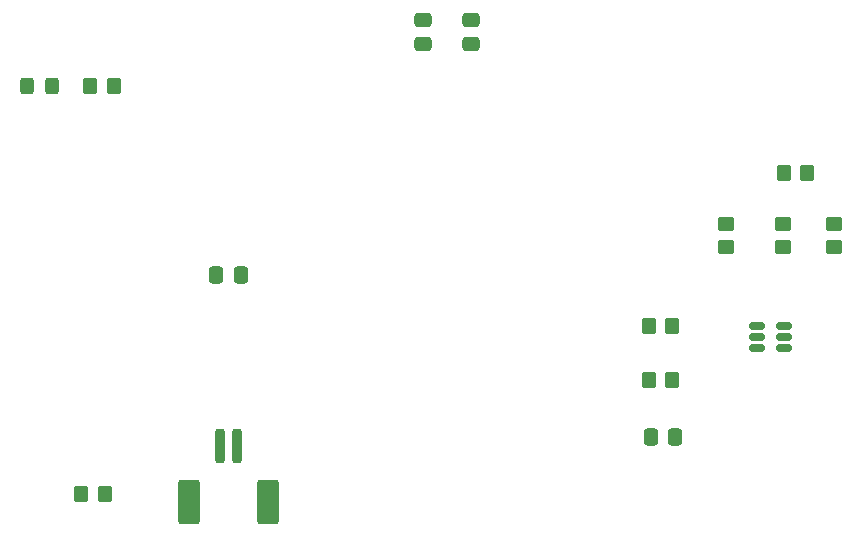
<source format=gbr>
%TF.GenerationSoftware,KiCad,Pcbnew,7.0.9*%
%TF.CreationDate,2024-02-02T14:12:30-08:00*%
%TF.ProjectId,Sensing Device,53656e73-696e-4672-9044-65766963652e,rev?*%
%TF.SameCoordinates,Original*%
%TF.FileFunction,Paste,Top*%
%TF.FilePolarity,Positive*%
%FSLAX46Y46*%
G04 Gerber Fmt 4.6, Leading zero omitted, Abs format (unit mm)*
G04 Created by KiCad (PCBNEW 7.0.9) date 2024-02-02 14:12:30*
%MOMM*%
%LPD*%
G01*
G04 APERTURE LIST*
G04 Aperture macros list*
%AMRoundRect*
0 Rectangle with rounded corners*
0 $1 Rounding radius*
0 $2 $3 $4 $5 $6 $7 $8 $9 X,Y pos of 4 corners*
0 Add a 4 corners polygon primitive as box body*
4,1,4,$2,$3,$4,$5,$6,$7,$8,$9,$2,$3,0*
0 Add four circle primitives for the rounded corners*
1,1,$1+$1,$2,$3*
1,1,$1+$1,$4,$5*
1,1,$1+$1,$6,$7*
1,1,$1+$1,$8,$9*
0 Add four rect primitives between the rounded corners*
20,1,$1+$1,$2,$3,$4,$5,0*
20,1,$1+$1,$4,$5,$6,$7,0*
20,1,$1+$1,$6,$7,$8,$9,0*
20,1,$1+$1,$8,$9,$2,$3,0*%
G04 Aperture macros list end*
%ADD10RoundRect,0.250000X0.325000X0.450000X-0.325000X0.450000X-0.325000X-0.450000X0.325000X-0.450000X0*%
%ADD11RoundRect,0.150000X-0.512500X-0.150000X0.512500X-0.150000X0.512500X0.150000X-0.512500X0.150000X0*%
%ADD12RoundRect,0.250000X0.337500X0.475000X-0.337500X0.475000X-0.337500X-0.475000X0.337500X-0.475000X0*%
%ADD13RoundRect,0.250000X-0.350000X-0.450000X0.350000X-0.450000X0.350000X0.450000X-0.350000X0.450000X0*%
%ADD14RoundRect,0.250000X0.450000X-0.350000X0.450000X0.350000X-0.450000X0.350000X-0.450000X-0.350000X0*%
%ADD15RoundRect,0.250000X0.475000X-0.337500X0.475000X0.337500X-0.475000X0.337500X-0.475000X-0.337500X0*%
%ADD16RoundRect,0.250000X-0.650000X-1.650000X0.650000X-1.650000X0.650000X1.650000X-0.650000X1.650000X0*%
%ADD17RoundRect,0.200000X-0.200000X-1.250000X0.200000X-1.250000X0.200000X1.250000X-0.200000X1.250000X0*%
%ADD18RoundRect,0.250000X-0.450000X0.350000X-0.450000X-0.350000X0.450000X-0.350000X0.450000X0.350000X0*%
%ADD19RoundRect,0.250000X0.350000X0.450000X-0.350000X0.450000X-0.350000X-0.450000X0.350000X-0.450000X0*%
G04 APERTURE END LIST*
D10*
%TO.C,D1*%
X69097000Y-48768000D03*
X67047000Y-48768000D03*
%TD*%
D11*
%TO.C,U2*%
X128862500Y-69050000D03*
X128862500Y-70000000D03*
X128862500Y-70950000D03*
X131137500Y-70950000D03*
X131137500Y-70000000D03*
X131137500Y-69050000D03*
%TD*%
D12*
%TO.C,C4*%
X85133000Y-64770000D03*
X83058000Y-64770000D03*
%TD*%
D13*
%TO.C,R7*%
X119666000Y-69088000D03*
X121666000Y-69088000D03*
%TD*%
D14*
%TO.C,R5*%
X135382000Y-62415400D03*
X135382000Y-60415400D03*
%TD*%
D15*
%TO.C,C3*%
X100584000Y-45212000D03*
X100584000Y-43137000D03*
%TD*%
D16*
%TO.C,BT1*%
X87424000Y-83945000D03*
X80724000Y-83945000D03*
D17*
X84824000Y-79245000D03*
X83324000Y-79245000D03*
%TD*%
D13*
%TO.C,R8*%
X119666000Y-73660000D03*
X121666000Y-73660000D03*
%TD*%
D18*
%TO.C,R3*%
X126238000Y-60415400D03*
X126238000Y-62415400D03*
%TD*%
D13*
%TO.C,R1*%
X71628000Y-83312000D03*
X73628000Y-83312000D03*
%TD*%
D12*
%TO.C,C1*%
X121920000Y-78486000D03*
X119845000Y-78486000D03*
%TD*%
D19*
%TO.C,R6*%
X133080000Y-56134000D03*
X131080000Y-56134000D03*
%TD*%
D13*
%TO.C,R2*%
X72390000Y-48768000D03*
X74390000Y-48768000D03*
%TD*%
D14*
%TO.C,R4*%
X131064000Y-62415400D03*
X131064000Y-60415400D03*
%TD*%
D15*
%TO.C,C2*%
X104648000Y-45212000D03*
X104648000Y-43137000D03*
%TD*%
M02*

</source>
